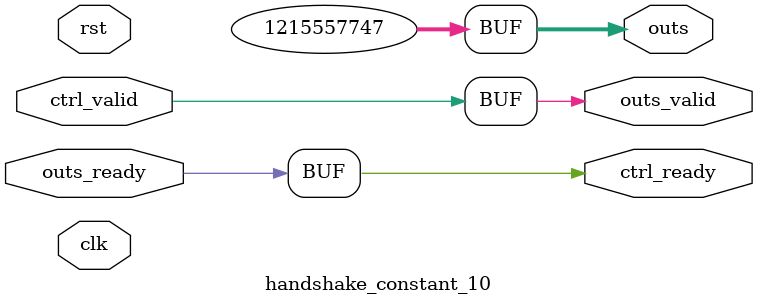
<source format=v>
`timescale 1ns / 1ps
module handshake_constant_10 #(
  parameter DATA_WIDTH = 32  // Default set to 32 bits
) (
  input                       clk,
  input                       rst,
  // Input Channel
  input                       ctrl_valid,
  output                      ctrl_ready,
  // Output Channel
  output [DATA_WIDTH - 1 : 0] outs,
  output                      outs_valid,
  input                       outs_ready
);
  assign outs       = 34'b0101001000011100111111000001110011;
  assign outs_valid = ctrl_valid;
  assign ctrl_ready = outs_ready;

endmodule

</source>
